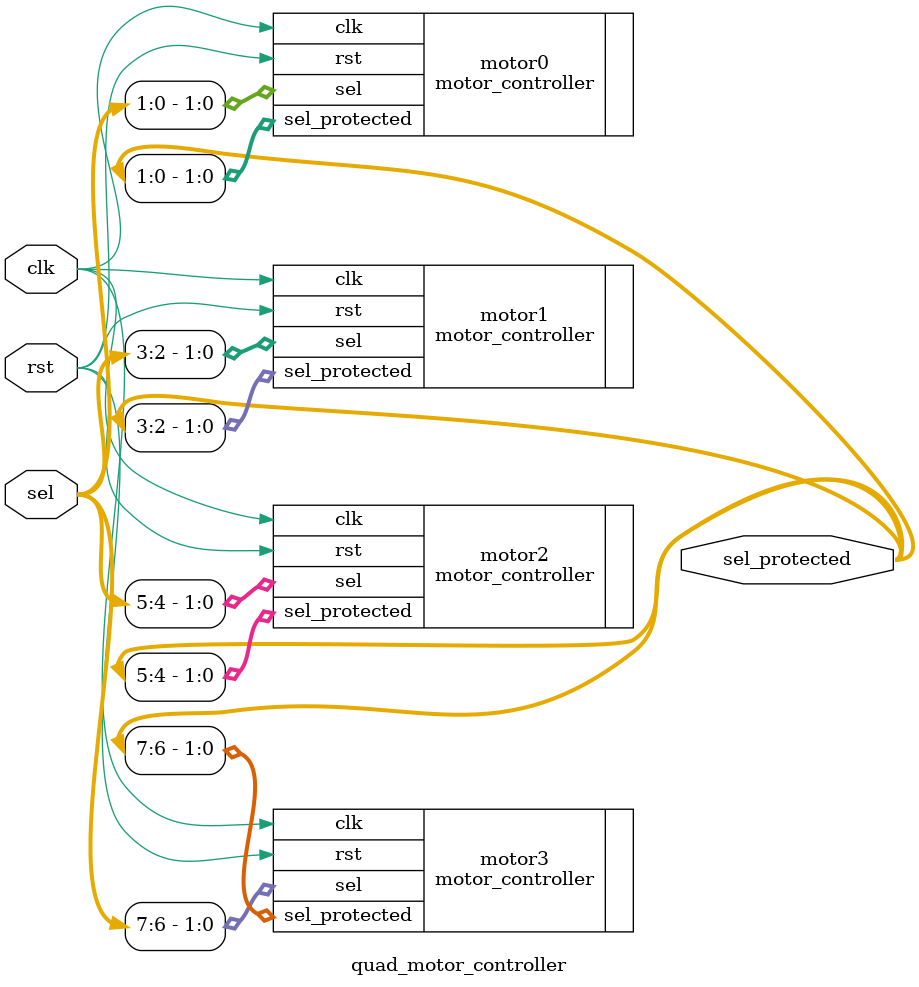
<source format=v>
module quad_motor_controller(
    input clk,
    input rst,
    input  [7:0] sel,              // 4 motores × 2 bits
    output [7:0] sel_protected     // 4 salidas × 2 bits
);

    // Motor 0
    motor_controller motor0 (
        .clk(clk),
        .rst(rst),
        .sel(sel[1:0]),
        .sel_protected(sel_protected[1:0])
    );

    // Motor 1
    motor_controller motor1 (
        .clk(clk),
        .rst(rst),
        .sel(sel[3:2]),
        .sel_protected(sel_protected[3:2])
    );

    // Motor 2
    motor_controller motor2 (
        .clk(clk),
        .rst(rst),
        .sel(sel[5:4]),
        .sel_protected(sel_protected[5:4])
    );

    // Motor 3
    motor_controller motor3 (
        .clk(clk),
        .rst(rst),
        .sel(sel[7:6]),
        .sel_protected(sel_protected[7:6])
    );

endmodule

</source>
